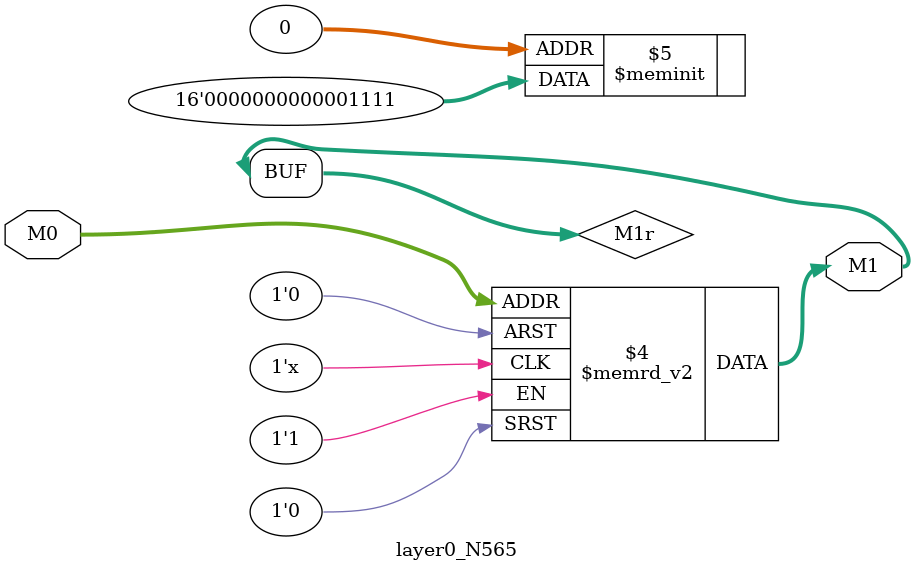
<source format=v>
module layer0_N565 ( input [2:0] M0, output [1:0] M1 );

	(*rom_style = "distributed" *) reg [1:0] M1r;
	assign M1 = M1r;
	always @ (M0) begin
		case (M0)
			3'b000: M1r = 2'b11;
			3'b100: M1r = 2'b00;
			3'b010: M1r = 2'b00;
			3'b110: M1r = 2'b00;
			3'b001: M1r = 2'b11;
			3'b101: M1r = 2'b00;
			3'b011: M1r = 2'b00;
			3'b111: M1r = 2'b00;

		endcase
	end
endmodule

</source>
